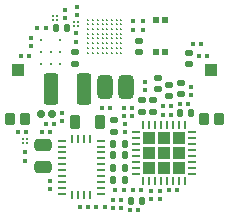
<source format=gtp>
%TF.GenerationSoftware,KiCad,Pcbnew,(6.0.0)*%
%TF.CreationDate,2022-01-25T07:30:51-08:00*%
%TF.ProjectId,headstage-64s,68656164-7374-4616-9765-2d3634732e6b,A*%
%TF.SameCoordinates,Original*%
%TF.FileFunction,Paste,Top*%
%TF.FilePolarity,Positive*%
%FSLAX46Y46*%
G04 Gerber Fmt 4.6, Leading zero omitted, Abs format (unit mm)*
G04 Created by KiCad (PCBNEW (6.0.0)) date 2022-01-25 07:30:51*
%MOMM*%
%LPD*%
G01*
G04 APERTURE LIST*
G04 Aperture macros list*
%AMRoundRect*
0 Rectangle with rounded corners*
0 $1 Rounding radius*
0 $2 $3 $4 $5 $6 $7 $8 $9 X,Y pos of 4 corners*
0 Add a 4 corners polygon primitive as box body*
4,1,4,$2,$3,$4,$5,$6,$7,$8,$9,$2,$3,0*
0 Add four circle primitives for the rounded corners*
1,1,$1+$1,$2,$3*
1,1,$1+$1,$4,$5*
1,1,$1+$1,$6,$7*
1,1,$1+$1,$8,$9*
0 Add four rect primitives between the rounded corners*
20,1,$1+$1,$2,$3,$4,$5,0*
20,1,$1+$1,$4,$5,$6,$7,0*
20,1,$1+$1,$6,$7,$8,$9,0*
20,1,$1+$1,$8,$9,$2,$3,0*%
G04 Aperture macros list end*
%ADD10RoundRect,0.325000X0.325000X0.675000X-0.325000X0.675000X-0.325000X-0.675000X0.325000X-0.675000X0*%
%ADD11RoundRect,0.079500X-0.079500X-0.100500X0.079500X-0.100500X0.079500X0.100500X-0.079500X0.100500X0*%
%ADD12RoundRect,0.147500X0.172500X-0.147500X0.172500X0.147500X-0.172500X0.147500X-0.172500X-0.147500X0*%
%ADD13RoundRect,0.147500X0.147500X0.172500X-0.147500X0.172500X-0.147500X-0.172500X0.147500X-0.172500X0*%
%ADD14RoundRect,0.079500X-0.100500X0.079500X-0.100500X-0.079500X0.100500X-0.079500X0.100500X0.079500X0*%
%ADD15RoundRect,0.079500X0.079500X0.100500X-0.079500X0.100500X-0.079500X-0.100500X0.079500X-0.100500X0*%
%ADD16RoundRect,0.027500X0.247500X-0.247500X0.247500X0.247500X-0.247500X0.247500X-0.247500X-0.247500X0*%
%ADD17C,0.170000*%
%ADD18RoundRect,0.079500X0.100500X-0.079500X0.100500X0.079500X-0.100500X0.079500X-0.100500X-0.079500X0*%
%ADD19RoundRect,0.050000X-0.250000X0.200000X-0.250000X-0.200000X0.250000X-0.200000X0.250000X0.200000X0*%
%ADD20RoundRect,0.050000X-0.250000X0.075000X-0.250000X-0.075000X0.250000X-0.075000X0.250000X0.075000X0*%
%ADD21RoundRect,0.050000X0.075000X0.250000X-0.075000X0.250000X-0.075000X-0.250000X0.075000X-0.250000X0*%
%ADD22RoundRect,0.140000X0.140000X0.170000X-0.140000X0.170000X-0.140000X-0.170000X0.140000X-0.170000X0*%
%ADD23RoundRect,0.140000X0.170000X-0.140000X0.170000X0.140000X-0.170000X0.140000X-0.170000X-0.140000X0*%
%ADD24RoundRect,0.250000X-0.375000X-1.075000X0.375000X-1.075000X0.375000X1.075000X-0.375000X1.075000X0*%
%ADD25RoundRect,0.140000X-0.170000X0.140000X-0.170000X-0.140000X0.170000X-0.140000X0.170000X0.140000X0*%
%ADD26C,0.200000*%
%ADD27RoundRect,0.250000X-0.475000X0.250000X-0.475000X-0.250000X0.475000X-0.250000X0.475000X0.250000X0*%
%ADD28R,0.254000X0.675000*%
%ADD29R,0.675000X0.254000*%
%ADD30RoundRect,0.147500X-0.147500X-0.172500X0.147500X-0.172500X0.147500X0.172500X-0.147500X0.172500X0*%
%ADD31C,0.299999*%
%ADD32RoundRect,0.147500X-0.172500X0.147500X-0.172500X-0.147500X0.172500X-0.147500X0.172500X0.147500X0*%
%ADD33RoundRect,0.060000X-0.490000X-0.440000X0.490000X-0.440000X0.490000X0.440000X-0.490000X0.440000X0*%
%ADD34RoundRect,0.035000X-0.340000X-0.465000X0.340000X-0.465000X0.340000X0.465000X-0.340000X0.465000X0*%
%ADD35RoundRect,0.218750X0.218750X0.381250X-0.218750X0.381250X-0.218750X-0.381250X0.218750X-0.381250X0*%
%ADD36RoundRect,0.140000X-0.140000X-0.170000X0.140000X-0.170000X0.140000X0.170000X-0.140000X0.170000X0*%
%ADD37RoundRect,0.150000X0.150000X0.200000X-0.150000X0.200000X-0.150000X-0.200000X0.150000X-0.200000X0*%
G04 APERTURE END LIST*
%TO.C,U7*%
G36*
X129490000Y-67630000D02*
G01*
X128430000Y-67630000D01*
X128430000Y-66570000D01*
X129490000Y-66570000D01*
X129490000Y-67630000D01*
G37*
G36*
X128230000Y-66370000D02*
G01*
X127170000Y-66370000D01*
X127170000Y-65310000D01*
X128230000Y-65310000D01*
X128230000Y-66370000D01*
G37*
G36*
X129490000Y-68890000D02*
G01*
X128430000Y-68890000D01*
X128430000Y-67830000D01*
X129490000Y-67830000D01*
X129490000Y-68890000D01*
G37*
G36*
X126970000Y-68890000D02*
G01*
X125910000Y-68890000D01*
X125910000Y-67830000D01*
X126970000Y-67830000D01*
X126970000Y-68890000D01*
G37*
G36*
X128230000Y-68890000D02*
G01*
X127170000Y-68890000D01*
X127170000Y-67830000D01*
X128230000Y-67830000D01*
X128230000Y-68890000D01*
G37*
G36*
X126970000Y-67630000D02*
G01*
X125910000Y-67630000D01*
X125910000Y-66570000D01*
X126970000Y-66570000D01*
X126970000Y-67630000D01*
G37*
G36*
X126970000Y-66370000D02*
G01*
X125910000Y-66370000D01*
X125910000Y-65310000D01*
X126970000Y-65310000D01*
X126970000Y-66370000D01*
G37*
G36*
X129490000Y-66370000D02*
G01*
X128430000Y-66370000D01*
X128430000Y-65310000D01*
X129490000Y-65310000D01*
X129490000Y-66370000D01*
G37*
G36*
X128230000Y-67630000D02*
G01*
X127170000Y-67630000D01*
X127170000Y-66570000D01*
X128230000Y-66570000D01*
X128230000Y-67630000D01*
G37*
%TD*%
D10*
%TO.C,J1*%
X124510000Y-61550000D03*
X122710000Y-61550000D03*
%TD*%
D11*
%TO.C,C24*%
X115555000Y-58900000D03*
X116245000Y-58900000D03*
%TD*%
D12*
%TO.C,L7*%
X127150000Y-61710000D03*
X127150000Y-60740000D03*
%TD*%
D13*
%TO.C,L2*%
X124370000Y-67300000D03*
X123400000Y-67300000D03*
%TD*%
%TO.C,L1*%
X124385000Y-68400000D03*
X123415000Y-68400000D03*
%TD*%
D14*
%TO.C,R16*%
X116475000Y-57355000D03*
X116475000Y-58045000D03*
%TD*%
D15*
%TO.C,C41*%
X117675000Y-56550000D03*
X116985000Y-56550000D03*
%TD*%
D16*
%TO.C,SW1*%
X127025000Y-58525000D03*
X127775000Y-58525000D03*
X127025000Y-55875000D03*
X127775000Y-55875000D03*
%TD*%
D15*
%TO.C,C27*%
X116045000Y-65300000D03*
X115355000Y-65300000D03*
%TD*%
D17*
%TO.C,U8*%
X124100000Y-58600000D03*
X123700000Y-58600000D03*
X123300000Y-58600000D03*
X122900000Y-58600000D03*
X122500000Y-58600000D03*
X122100000Y-58600000D03*
X121700000Y-58600000D03*
X121300000Y-58600000D03*
X124100000Y-58200000D03*
X123700000Y-58200000D03*
X123300000Y-58200000D03*
X122900000Y-58200000D03*
X122500000Y-58200000D03*
X122100000Y-58200000D03*
X121700000Y-58200000D03*
X121300000Y-58200000D03*
X124100000Y-57800000D03*
X123700000Y-57800000D03*
X123300000Y-57800000D03*
X122900000Y-57800000D03*
X122500000Y-57800000D03*
X122100000Y-57800000D03*
X121700000Y-57800000D03*
X121300000Y-57800000D03*
X124100000Y-57400000D03*
X123700000Y-57400000D03*
X123300000Y-57400000D03*
X122900000Y-57400000D03*
X122500000Y-57400000D03*
X122100000Y-57400000D03*
X121700000Y-57400000D03*
X121300000Y-57400000D03*
X124100000Y-57000000D03*
X123700000Y-57000000D03*
X123300000Y-57000000D03*
X122900000Y-57000000D03*
X122500000Y-57000000D03*
X122100000Y-57000000D03*
X121700000Y-57000000D03*
X121300000Y-57000000D03*
X124100000Y-56600000D03*
X123700000Y-56600000D03*
X123300000Y-56600000D03*
X122900000Y-56600000D03*
X122500000Y-56600000D03*
X122100000Y-56600000D03*
X121700000Y-56600000D03*
X121300000Y-56600000D03*
X124100000Y-56200000D03*
X123700000Y-56200000D03*
X123300000Y-56200000D03*
X122900000Y-56200000D03*
X122500000Y-56200000D03*
X122100000Y-56200000D03*
X121700000Y-56200000D03*
X121300000Y-56200000D03*
X124100000Y-55800000D03*
X123700000Y-55800000D03*
X123300000Y-55800000D03*
X122900000Y-55800000D03*
X122500000Y-55800000D03*
X122100000Y-55800000D03*
X121700000Y-55800000D03*
X121300000Y-55800000D03*
%TD*%
D18*
%TO.C,R15*%
X126070000Y-61795000D03*
X126070000Y-61105000D03*
%TD*%
D19*
%TO.C,D2*%
X125600000Y-57650000D03*
X125600000Y-58550000D03*
%TD*%
D20*
%TO.C,U7*%
X130100000Y-68849999D03*
X130100000Y-68350000D03*
X130100000Y-67850001D03*
X130100000Y-67350000D03*
X130100000Y-66850000D03*
X130100000Y-66350002D03*
X130100000Y-65850000D03*
X130100000Y-65350001D03*
D21*
X129449999Y-64700000D03*
X128950000Y-64700000D03*
X128450001Y-64700000D03*
X127950000Y-64700000D03*
X127450000Y-64700000D03*
X126950002Y-64700000D03*
X126450000Y-64700000D03*
X125950001Y-64700000D03*
D20*
X125300000Y-65350001D03*
X125300000Y-65850000D03*
X125300000Y-66350002D03*
X125300000Y-66850000D03*
X125300000Y-67350000D03*
X125300000Y-67850001D03*
X125300000Y-68350000D03*
X125300000Y-68849999D03*
D21*
X125950001Y-69500000D03*
X126450000Y-69500000D03*
X126950002Y-69500000D03*
X127450000Y-69500000D03*
X127950000Y-69500000D03*
X128450001Y-69500000D03*
X128950000Y-69500000D03*
X129449999Y-69500000D03*
%TD*%
D14*
%TO.C,C29*%
X115900000Y-67055000D03*
X115900000Y-67745000D03*
%TD*%
%TO.C,C40*%
X120275000Y-56980000D03*
X120275000Y-57670000D03*
%TD*%
D18*
%TO.C,C20*%
X118025000Y-70170000D03*
X118025000Y-69480000D03*
%TD*%
%TO.C,R25*%
X125100000Y-56645000D03*
X125100000Y-55955000D03*
%TD*%
D22*
%TO.C,C34*%
X124355000Y-66325000D03*
X123395000Y-66325000D03*
%TD*%
D14*
%TO.C,R7*%
X119100000Y-63680000D03*
X119100000Y-64370000D03*
%TD*%
D11*
%TO.C,R8*%
X122455000Y-63300000D03*
X123145000Y-63300000D03*
%TD*%
D14*
%TO.C,R20*%
X125900000Y-55955000D03*
X125900000Y-56645000D03*
%TD*%
D18*
%TO.C,C8*%
X124300000Y-63945000D03*
X124300000Y-63255000D03*
%TD*%
D15*
%TO.C,C14*%
X124275000Y-70275000D03*
X123585000Y-70275000D03*
%TD*%
D11*
%TO.C,R11*%
X117380000Y-65325000D03*
X118070000Y-65325000D03*
%TD*%
D23*
%TO.C,C12*%
X125830000Y-63600000D03*
X125830000Y-62640000D03*
%TD*%
D18*
%TO.C,R5*%
X127375000Y-70995000D03*
X127375000Y-70305000D03*
%TD*%
%TO.C,C16*%
X128275000Y-63845000D03*
X128275000Y-63155000D03*
%TD*%
D22*
%TO.C,C17*%
X124380000Y-69400000D03*
X123420000Y-69400000D03*
%TD*%
D14*
%TO.C,C4*%
X126625000Y-70305000D03*
X126625000Y-70995000D03*
%TD*%
D15*
%TO.C,C7*%
X125770000Y-70275000D03*
X125080000Y-70275000D03*
%TD*%
D18*
%TO.C,C37*%
X120300000Y-55395000D03*
X120300000Y-54705000D03*
%TD*%
D11*
%TO.C,C26*%
X130155000Y-57850000D03*
X130845000Y-57850000D03*
%TD*%
D24*
%TO.C,L3*%
X118130000Y-61720000D03*
X120930000Y-61720000D03*
%TD*%
D25*
%TO.C,C2*%
X123500000Y-64320000D03*
X123500000Y-65280000D03*
%TD*%
D22*
%TO.C,C1*%
X125830000Y-71125000D03*
X124870000Y-71125000D03*
%TD*%
D26*
%TO.C,U4*%
X115725000Y-66250000D03*
X115725000Y-65900000D03*
X116075000Y-66250000D03*
X116075000Y-65900000D03*
%TD*%
D27*
%TO.C,C18*%
X117425000Y-66425000D03*
X117425000Y-68325000D03*
%TD*%
D26*
%TO.C,U10*%
X118275000Y-55500000D03*
X118625000Y-55500000D03*
X118275000Y-55850000D03*
X118625000Y-55850000D03*
%TD*%
D28*
%TO.C,U3*%
X119950000Y-65912500D03*
D29*
X122362500Y-70550000D03*
D28*
X119950000Y-70687500D03*
D29*
X119037500Y-70550000D03*
D28*
X120450000Y-70687500D03*
X120950000Y-70687500D03*
X121450000Y-70687500D03*
D29*
X119037500Y-70050000D03*
X119037500Y-69550000D03*
X119037500Y-69050000D03*
X119037500Y-68550000D03*
X119037500Y-68050000D03*
X119037500Y-67550000D03*
X119037500Y-67050000D03*
X119037500Y-66550000D03*
X119037500Y-66050000D03*
X122362500Y-70050000D03*
X122362500Y-69550000D03*
X122362500Y-69050000D03*
X122362500Y-68550000D03*
X122362500Y-68050000D03*
X122362500Y-67550000D03*
X122362500Y-67050000D03*
X122362500Y-66550000D03*
X122362500Y-66050000D03*
D28*
X120450000Y-65912500D03*
X120950000Y-65912500D03*
X121450000Y-65912500D03*
%TD*%
D30*
%TO.C,L9*%
X118520000Y-56500000D03*
X119490000Y-56500000D03*
%TD*%
D11*
%TO.C,R12*%
X117685000Y-64625000D03*
X118375000Y-64625000D03*
%TD*%
D18*
%TO.C,C21*%
X123375000Y-71795000D03*
X123375000Y-71105000D03*
%TD*%
D11*
%TO.C,R6*%
X128105000Y-70275000D03*
X128795000Y-70275000D03*
%TD*%
D15*
%TO.C,C9*%
X129720000Y-62975000D03*
X129030000Y-62975000D03*
%TD*%
D18*
%TO.C,C6*%
X129975000Y-62195000D03*
X129975000Y-61505000D03*
%TD*%
%TO.C,C15*%
X124400000Y-65345000D03*
X124400000Y-64655000D03*
%TD*%
D31*
%TO.C,U5*%
X117299999Y-59574998D03*
X117300000Y-58575000D03*
X117300000Y-57575000D03*
X118100000Y-59575000D03*
X118100000Y-58575000D03*
X118900000Y-59575000D03*
X118900000Y-58575000D03*
X118900000Y-57575000D03*
%TD*%
D32*
%TO.C,L8*%
X120175000Y-58565000D03*
X120175000Y-59535000D03*
%TD*%
D15*
%TO.C,R4*%
X122670000Y-71675000D03*
X121980000Y-71675000D03*
%TD*%
D18*
%TO.C,C5*%
X125000000Y-63945000D03*
X125000000Y-63255000D03*
%TD*%
D33*
%TO.C,D1*%
X115300000Y-60050000D03*
D34*
X115950000Y-64200000D03*
X114650000Y-64200000D03*
%TD*%
D23*
%TO.C,C25*%
X129800000Y-59580000D03*
X129800000Y-58620000D03*
%TD*%
D35*
%TO.C,L4*%
X122262500Y-64500000D03*
X120137500Y-64500000D03*
%TD*%
D23*
%TO.C,C35*%
X128125000Y-62280000D03*
X128125000Y-61320000D03*
%TD*%
D15*
%TO.C,R3*%
X125520000Y-71900000D03*
X124830000Y-71900000D03*
%TD*%
%TO.C,R17*%
X131345000Y-58875000D03*
X130655000Y-58875000D03*
%TD*%
D33*
%TO.C,D3*%
X131700000Y-60050000D03*
D34*
X132350000Y-64200000D03*
X131050000Y-64200000D03*
%TD*%
D23*
%TO.C,C13*%
X126750000Y-63600000D03*
X126750000Y-62640000D03*
%TD*%
D11*
%TO.C,R10*%
X120605000Y-71675000D03*
X121295000Y-71675000D03*
%TD*%
D18*
%TO.C,C11*%
X127575000Y-63845000D03*
X127575000Y-63155000D03*
%TD*%
D23*
%TO.C,C3*%
X129100000Y-62130000D03*
X129100000Y-61170000D03*
%TD*%
D18*
%TO.C,R9*%
X124075000Y-71795000D03*
X124075000Y-71105000D03*
%TD*%
D36*
%TO.C,C10*%
X129020000Y-63750000D03*
X129980000Y-63750000D03*
%TD*%
D26*
%TO.C,U9*%
X120100000Y-56375000D03*
X120100000Y-56025000D03*
X120450000Y-56375000D03*
X120450000Y-56025000D03*
%TD*%
D37*
%TO.C,F1*%
X118250000Y-63800000D03*
X117250000Y-63800000D03*
%TD*%
D18*
%TO.C,C38*%
X119325000Y-55670000D03*
X119325000Y-54980000D03*
%TD*%
M02*

</source>
